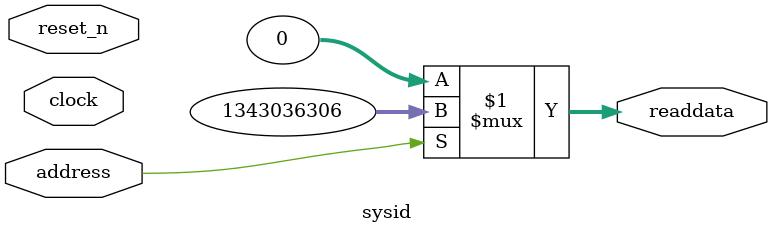
<source format=v>

`timescale 1ns / 1ps
// synthesis translate_on

// turn off superfluous verilog processor warnings 
// altera message_level Level1 
// altera message_off 10034 10035 10036 10037 10230 10240 10030 

module sysid (
               // inputs:
                address,
                clock,
                reset_n,

               // outputs:
                readdata
             )
;

  output  [ 31: 0] readdata;
  input            address;
  input            clock;
  input            reset_n;

  wire    [ 31: 0] readdata;
  //control_slave, which is an e_avalon_slave
  assign readdata = address ? 1343036306 : 0;

endmodule


</source>
